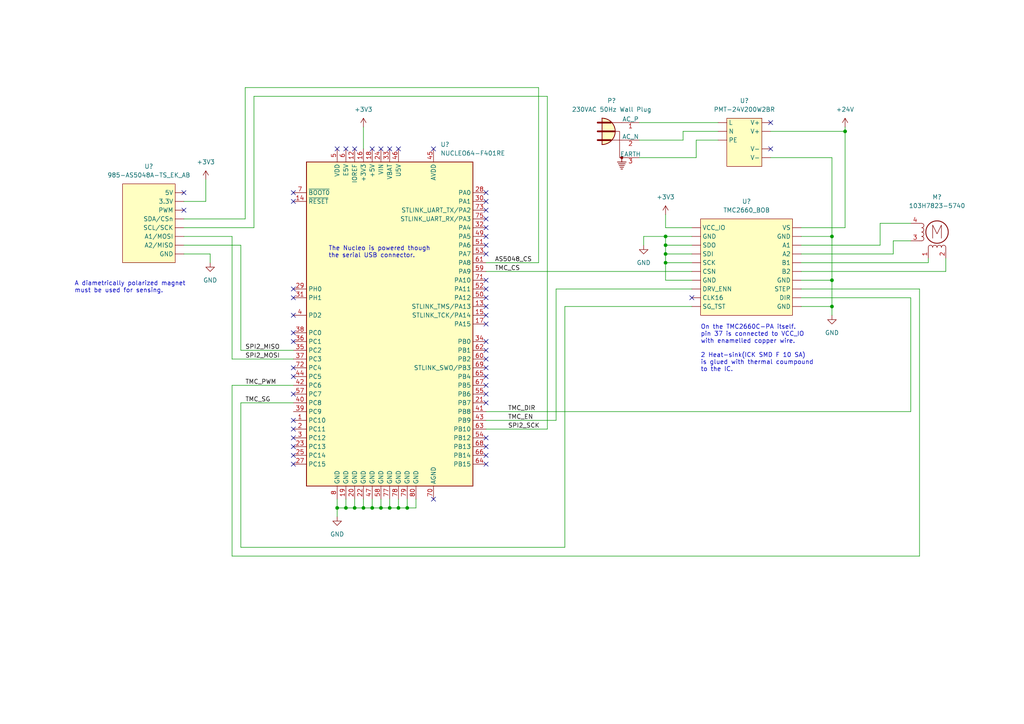
<source format=kicad_sch>
(kicad_sch (version 20211123) (generator eeschema)
  (paper "A4")
  (title_block (title "Smart Weather Vane") (date "2023-06-20") (rev "1.0") (company "HEPIA HES_SO") (comment 1 "R.L") (comment 4 "Built with off the shelf components"))
  (lib_symbols
    (symbol "Connector:Conn_WallPlug_Earth" (pin_names (offset 0))
      (property "Reference" "P" (at 0 3.81 0))
      (property "Value" "Conn_WallPlug_Earth" (at -5.08 0 90))
      (symbol "Conn_WallPlug_Earth_0_1"
        (arc (start -3.175 -3.81) (mid 0.635 0) (end -3.175 3.81) (stroke (width 0.254)) (fill (type background)))
        (polyline (pts (xy -4.445 -2.54) (xy -0.635 -2.54)) (stroke (width 0.508)))
        (polyline (pts (xy -4.445 0) (xy 0.508 0)) (stroke (width 0.508)))
        (polyline (pts (xy -4.445 2.54) (xy -0.635 2.54)) (stroke (width 0.508)))
        (polyline (pts (xy -3.175 -3.81) (xy -3.175 3.81)) (stroke (width 0.254)))
        (polyline (pts (xy -0.635 -2.54) (xy 2.54 -2.54)))
        (polyline (pts (xy -0.635 2.54) (xy 2.54 2.54)))
        (polyline (pts (xy 1.524 -9.398) (xy 3.556 -9.398)) (stroke (width 0.2032)))
        (polyline (pts (xy 1.778 -9.906) (xy 3.302 -9.906)) (stroke (width 0.2032)))
        (polyline (pts (xy 2.032 -10.414) (xy 3.048 -10.414)) (stroke (width 0.2032)))
        (polyline (pts (xy 2.286 -10.922) (xy 2.794 -10.922)) (stroke (width 0.2032)))
        (polyline (pts (xy 2.54 -7.62) (xy 2.54 -8.89)) (stroke (width 0.2032)))
        (polyline (pts (xy 3.81 -8.89) (xy 1.27 -8.89)) (stroke (width 0.2032)))
        (polyline (pts (xy 2.54 -7.62) (xy 1.905 -7.62) (xy 1.905 0) (xy -4.445 0)))
        (circle (center 2.54 -7.62) (radius 0.3556) (fill (type outline)))
      )
      (symbol "Conn_WallPlug_Earth_1_1"
        (pin power_out line (at 7.62 2.54 180) (length 5.08) (name "AC_P") (number "1"))
        (pin power_out line (at 7.62 -2.54 180) (length 5.08) (name "AC_N") (number "2"))
        (pin passive line (at 7.62 -7.62 180) (length 5.08) (name "EARTH") (number "3"))
      )
    )
    (symbol "MCU_Module:NUCLEO64-F411RE"
      (property "Reference" "U" (at -17.78 50.165 0))
      (property "Value" "NUCLEO64-F411RE" (at -17.78 48.26 0))
      (symbol "NUCLEO64-F411RE_0_1"
        (rectangle (start -24.13 -46.99) (end 24.13 46.99) (stroke (width 0.254)) (fill (type background)))
      )
      (symbol "NUCLEO64-F411RE_1_1"
        (pin bidirectional line (at -27.94 -27.94 0) (length 3.81) (name "PC10") (number "1"))
        (pin no_connect line (at -27.94 20.32 0) (length 3.81) hide (name "NC") (number "10"))
        (pin no_connect line (at -27.94 15.24 0) (length 3.81) hide (name "NC") (number "11"))
        (pin power_in line (at -10.16 50.8 270) (length 3.81) (name "IOREF") (number "12"))
        (pin bidirectional line (at 27.94 5.08 180) (length 3.81) (name "STLINK_TMS/PA13") (number "13"))
        (pin input line (at -27.94 35.56 0) (length 3.81) (name "~{RESET}") (number "14"))
        (pin bidirectional line (at 27.94 2.54 180) (length 3.81) (name "STLINK_TCK/PA14") (number "15"))
        (pin power_in line (at -7.62 50.8 270) (length 3.81) (name "+3V3") (number "16"))
        (pin bidirectional line (at 27.94 0 180) (length 3.81) (name "PA15") (number "17"))
        (pin power_in line (at -5.08 50.8 270) (length 3.81) (name "+5V") (number "18"))
        (pin power_in line (at -12.7 -50.8 90) (length 3.81) (name "GND") (number "19"))
        (pin bidirectional line (at -27.94 -30.48 0) (length 3.81) (name "PC11") (number "2"))
        (pin power_in line (at -10.16 -50.8 90) (length 3.81) (name "GND") (number "20"))
        (pin bidirectional line (at 27.94 -22.86 180) (length 3.81) (name "PB7") (number "21"))
        (pin power_in line (at -7.62 -50.8 90) (length 3.81) (name "GND") (number "22"))
        (pin bidirectional line (at -27.94 -35.56 0) (length 3.81) (name "PC13") (number "23"))
        (pin power_in line (at -2.54 50.8 270) (length 3.81) (name "VIN") (number "24"))
        (pin bidirectional line (at -27.94 -38.1 0) (length 3.81) (name "PC14") (number "25"))
        (pin no_connect line (at -27.94 22.86 0) (length 3.81) hide (name "NC") (number "26"))
        (pin bidirectional line (at -27.94 -40.64 0) (length 3.81) (name "PC15") (number "27"))
        (pin bidirectional line (at 27.94 38.1 180) (length 3.81) (name "PA0") (number "28"))
        (pin bidirectional line (at -27.94 10.16 0) (length 3.81) (name "PH0") (number "29"))
        (pin bidirectional line (at -27.94 -33.02 0) (length 3.81) (name "PC12") (number "3"))
        (pin bidirectional line (at 27.94 35.56 180) (length 3.81) (name "PA1") (number "30"))
        (pin bidirectional line (at -27.94 7.62 0) (length 3.81) (name "PH1") (number "31"))
        (pin bidirectional line (at 27.94 27.94 180) (length 3.81) (name "PA4") (number "32"))
        (pin power_in line (at 0 50.8 270) (length 3.81) (name "VBAT") (number "33"))
        (pin bidirectional line (at 27.94 -5.08 180) (length 3.81) (name "PB0") (number "34"))
        (pin bidirectional line (at -27.94 -7.62 0) (length 3.81) (name "PC2") (number "35"))
        (pin bidirectional line (at -27.94 -5.08 0) (length 3.81) (name "PC1") (number "36"))
        (pin bidirectional line (at -27.94 -10.16 0) (length 3.81) (name "PC3") (number "37"))
        (pin bidirectional line (at -27.94 -2.54 0) (length 3.81) (name "PC0") (number "38"))
        (pin bidirectional line (at -27.94 -25.4 0) (length 3.81) (name "PC9") (number "39"))
        (pin bidirectional line (at -27.94 2.54 0) (length 3.81) (name "PD2") (number "4"))
        (pin bidirectional line (at -27.94 -22.86 0) (length 3.81) (name "PC8") (number "40"))
        (pin bidirectional line (at 27.94 -25.4 180) (length 3.81) (name "PB8") (number "41"))
        (pin bidirectional line (at -27.94 -17.78 0) (length 3.81) (name "PC6") (number "42"))
        (pin bidirectional line (at 27.94 -27.94 180) (length 3.81) (name "PB9") (number "43"))
        (pin bidirectional line (at -27.94 -15.24 0) (length 3.81) (name "PC5") (number "44"))
        (pin power_in line (at 12.7 50.8 270) (length 3.81) (name "AVDD") (number "45"))
        (pin power_in line (at 2.54 50.8 270) (length 3.81) (name "U5V") (number "46"))
        (pin power_in line (at -5.08 -50.8 90) (length 3.81) (name "GND") (number "47"))
        (pin no_connect line (at -27.94 25.4 0) (length 3.81) hide (name "NC") (number "48"))
        (pin bidirectional line (at 27.94 25.4 180) (length 3.81) (name "PA5") (number "49"))
        (pin power_in line (at -15.24 50.8 270) (length 3.81) (name "VDD") (number "5"))
        (pin bidirectional line (at 27.94 7.62 180) (length 3.81) (name "PA12") (number "50"))
        (pin bidirectional line (at 27.94 22.86 180) (length 3.81) (name "PA6") (number "51"))
        (pin bidirectional line (at 27.94 10.16 180) (length 3.81) (name "PA11") (number "52"))
        (pin bidirectional line (at 27.94 20.32 180) (length 3.81) (name "PA7") (number "53"))
        (pin bidirectional line (at 27.94 -33.02 180) (length 3.81) (name "PB12") (number "54"))
        (pin bidirectional line (at 27.94 -20.32 180) (length 3.81) (name "PB6") (number "55"))
        (pin no_connect line (at -27.94 33.02 0) (length 3.81) hide (name "NC") (number "56"))
        (pin bidirectional line (at -27.94 -20.32 0) (length 3.81) (name "PC7") (number "57"))
        (pin power_in line (at -2.54 -50.8 90) (length 3.81) (name "GND") (number "58"))
        (pin bidirectional line (at 27.94 15.24 180) (length 3.81) (name "PA9") (number "59"))
        (pin power_in line (at -12.7 50.8 270) (length 3.81) (name "E5V") (number "6"))
        (pin bidirectional line (at 27.94 -10.16 180) (length 3.81) (name "PB2") (number "60"))
        (pin bidirectional line (at 27.94 17.78 180) (length 3.81) (name "PA8") (number "61"))
        (pin bidirectional line (at 27.94 -7.62 180) (length 3.81) (name "PB1") (number "62"))
        (pin bidirectional line (at 27.94 -30.48 180) (length 3.81) (name "PB10") (number "63"))
        (pin bidirectional line (at 27.94 -40.64 180) (length 3.81) (name "PB15") (number "64"))
        (pin bidirectional line (at 27.94 -15.24 180) (length 3.81) (name "PB4") (number "65"))
        (pin bidirectional line (at 27.94 -38.1 180) (length 3.81) (name "PB14") (number "66"))
        (pin bidirectional line (at 27.94 -17.78 180) (length 3.81) (name "PB5") (number "67"))
        (pin bidirectional line (at 27.94 -35.56 180) (length 3.81) (name "PB13") (number "68"))
        (pin bidirectional line (at 27.94 -12.7 180) (length 3.81) (name "STLINK_SWO/PB3") (number "69"))
        (pin input line (at -27.94 38.1 0) (length 3.81) (name "~{BOOT0}") (number "7"))
        (pin power_in line (at 12.7 -50.8 90) (length 3.81) (name "AGND") (number "70"))
        (pin bidirectional line (at 27.94 12.7 180) (length 3.81) (name "PA10") (number "71"))
        (pin bidirectional line (at -27.94 -12.7 0) (length 3.81) (name "PC4") (number "72"))
        (pin bidirectional line (at 27.94 33.02 180) (length 3.81) (name "STLINK_UART_TX/PA2") (number "73"))
        (pin no_connect line (at -27.94 30.48 0) (length 3.81) hide (name "NC") (number "74"))
        (pin bidirectional line (at 27.94 30.48 180) (length 3.81) (name "STLINK_UART_RX/PA3") (number "75"))
        (pin no_connect line (at -27.94 27.94 0) (length 3.81) hide (name "NC") (number "76"))
        (pin power_in line (at 0 -50.8 90) (length 3.81) (name "GND") (number "77"))
        (pin power_in line (at 2.54 -50.8 90) (length 3.81) (name "GND") (number "78"))
        (pin power_in line (at 5.08 -50.8 90) (length 3.81) (name "GND") (number "79"))
        (pin power_in line (at -15.24 -50.8 90) (length 3.81) (name "GND") (number "8"))
        (pin power_in line (at 7.62 -50.8 90) (length 3.81) (name "GND") (number "80"))
        (pin no_connect line (at -27.94 17.78 0) (length 3.81) hide (name "NC") (number "9"))
      )
    )
    (symbol "Motor:Stepper_Motor_bipolar" (pin_names (offset 0) hide)
      (property "Reference" "M?" (at -0.8509 8.89 0))
      (property "Value" "Stepper_Motor_bipolar" (at -0.8509 6.35 0))
      (symbol "Stepper_Motor_bipolar_0_0"
        (polyline (pts (xy -1.27 1.778) (xy -1.27 -2.032) (xy 0 0.508) (xy 1.27 -2.032) (xy 1.27 1.778)))
      )
      (symbol "Stepper_Motor_bipolar_0_1"
        (arc (start -4.445 -2.54) (mid -3.81 -1.905) (end -4.445 -1.27))
        (arc (start -4.445 -1.27) (mid -3.81 -0.635) (end -4.445 0))
        (arc (start -4.445 0) (mid -3.81 0.635) (end -4.445 1.27))
        (arc (start -4.445 1.27) (mid -3.81 1.905) (end -4.445 2.54))
        (arc (start -2.54 4.445) (mid -1.905 3.81) (end -1.27 4.445))
        (arc (start -1.27 4.445) (mid -0.635 3.81) (end 0 4.445))
        (polyline (pts (xy -5.08 -2.54) (xy -4.445 -2.54)))
        (polyline (pts (xy -5.08 2.54) (xy -4.445 2.54)))
        (polyline (pts (xy -2.54 5.08) (xy -2.54 4.445)))
        (polyline (pts (xy 2.54 5.08) (xy 2.54 4.445)))
        (circle (center 0 0) (radius 3.2512) (stroke (width 0.254)))
        (arc (start 0 4.445) (mid 0.635 3.81) (end 1.27 4.445))
        (arc (start 1.27 4.445) (mid 1.905 3.81) (end 2.54 4.445))
      )
      (symbol "Stepper_Motor_bipolar_1_1"
        (pin passive line (at -2.54 7.62 270) (length 2.54) (name "~") (number "1"))
        (pin passive line (at 2.54 7.62 270) (length 2.54) (name "-") (number "2"))
        (pin passive line (at -7.62 2.54 0) (length 2.54) (name "~") (number "3"))
        (pin passive line (at -7.62 -2.54 0) (length 2.54) (name "~") (number "4"))
      )
    )
    (symbol "SmartWeatherVane:AS5048A"
      (property "Reference" "U" (at 0 0 0))
      (property "Value" "AS5048A" (at 0 -2.54 0))
      (symbol "AS5048A_0_1"
        (rectangle (start 7.62 -3.81) (end -7.62 -26.67) (fill (type background)))
      )
      (symbol "AS5048A_1_1"
        (pin input line (at 10.16 -8.89 180) (length 2.54) (name "3.3V") (number ""))
        (pin input line (at 10.16 -6.35 180) (length 2.54) (name "5V") (number ""))
        (pin input line (at 10.16 -19.05 180) (length 2.54) (name "A1/MOSI") (number ""))
        (pin input line (at 10.16 -21.59 180) (length 2.54) (name "A2/MISO") (number ""))
        (pin input line (at 10.16 -24.13 180) (length 2.54) (name "GND") (number ""))
        (pin input line (at 10.16 -11.43 180) (length 2.54) (name "PWM") (number ""))
        (pin input line (at 10.16 -16.51 180) (length 2.54) (name "SCL/SCK") (number ""))
        (pin input line (at 10.16 -13.97 180) (length 2.54) (name "SDA/CSn") (number ""))
      )
    )
    (symbol "SmartWeatherVane:SMPSU"
      (property "Reference" "U" (at 0 0 0))
      (property "Value" "SMPSU" (at 0 -2.54 0))
      (symbol "SMPSU_0_1"
        (rectangle (start -5.08 -3.81) (end 5.08 -17.78) (fill (type background)))
      )
      (symbol "SMPSU_1_1"
        (pin input line (at -7.62 -5.08 0) (length 2.54) (name "L") (number ""))
        (pin input line (at -7.62 -7.62 0) (length 2.54) (name "N") (number ""))
        (pin input line (at -7.62 -10.16 0) (length 2.54) (name "PE") (number ""))
        (pin input line (at 7.62 -7.62 180) (length 2.54) (name "V+") (number ""))
        (pin input line (at 7.62 -5.08 180) (length 2.54) (name "V+") (number ""))
        (pin input line (at 7.62 -15.24 180) (length 2.54) (name "V-") (number ""))
        (pin input line (at 7.62 -12.7 180) (length 2.54) (name "V-") (number ""))
      )
    )
    (symbol "SmartWeatherVane:TMC2660_BOB"
      (property "Reference" "U" (at 0 0 0))
      (property "Value" "TMC2660_BOB" (at 0 -2.54 0))
      (symbol "TMC2660_BOB_0_1"
        (rectangle (start -13.97 -3.81) (end 12.7 -31.75) (fill (type background)))
      )
      (symbol "TMC2660_BOB_1_1"
        (pin input line (at 15.24 -11.43 180) (length 2.54) (name "A1") (number ""))
        (pin input line (at 15.24 -13.97 180) (length 2.54) (name "A2") (number ""))
        (pin input line (at 15.24 -16.51 180) (length 2.54) (name "B1") (number ""))
        (pin input line (at 15.24 -19.05 180) (length 2.54) (name "B2") (number ""))
        (pin input line (at -16.51 -26.67 0) (length 2.54) (name "CLK16") (number ""))
        (pin input line (at -16.51 -19.05 0) (length 2.54) (name "CSN") (number ""))
        (pin input line (at 15.24 -26.67 180) (length 2.54) (name "DIR") (number ""))
        (pin input line (at -16.51 -24.13 0) (length 2.54) (name "DRV_ENN") (number ""))
        (pin input line (at -16.51 -21.59 0) (length 2.54) (name "GND") (number ""))
        (pin input line (at -16.51 -8.89 0) (length 2.54) (name "GND") (number ""))
        (pin input line (at 15.24 -29.21 180) (length 2.54) (name "GND") (number ""))
        (pin input line (at 15.24 -21.59 180) (length 2.54) (name "GND") (number ""))
        (pin input line (at 15.24 -8.89 180) (length 2.54) (name "GND") (number ""))
        (pin input line (at -16.51 -16.51 0) (length 2.54) (name "SCK") (number ""))
        (pin input line (at -16.51 -13.97 0) (length 2.54) (name "SDI") (number ""))
        (pin input line (at -16.51 -11.43 0) (length 2.54) (name "SDO") (number ""))
        (pin input line (at -16.51 -29.21 0) (length 2.54) (name "SG_TST") (number ""))
        (pin input line (at 15.24 -24.13 180) (length 2.54) (name "STEP") (number ""))
        (pin input line (at -16.51 -6.35 0) (length 2.54) (name "VCC_IO") (number ""))
        (pin input line (at 15.24 -6.35 180) (length 2.54) (name "VS") (number ""))
      )
    )
    (symbol "power:+24V" (power) (pin_names (offset 0))
      (property "Value" "+24V" (at 0 3.556 0))
      (symbol "+24V_0_1"
        (polyline (pts (xy -0.762 1.27) (xy 0 2.54)))
        (polyline (pts (xy 0 0) (xy 0 2.54)))
        (polyline (pts (xy 0 2.54) (xy 0.762 1.27)))
      )
      (symbol "+24V_1_1"
        (pin power_in line (at 0 0 90) (length 0) hide (name "+24V") (number "1"))
      )
    )
    (symbol "power:+3V3" (power) (pin_names (offset 0))
      (property "Value" "+3V3" (at 0 3.556 0))
      (symbol "+3V3_0_1"
        (polyline (pts (xy -0.762 1.27) (xy 0 2.54)))
        (polyline (pts (xy 0 0) (xy 0 2.54)))
        (polyline (pts (xy 0 2.54) (xy 0.762 1.27)))
      )
      (symbol "+3V3_1_1"
        (pin power_in line (at 0 0 90) (length 0) hide (name "+3V3") (number "1"))
      )
    )
    (symbol "power:GND" (power) (pin_names (offset 0))
      (property "Value" "GND" (at 0 -3.81 0))
      (symbol "GND_0_1"
        (polyline (pts (xy 0 0) (xy 0 -1.27) (xy 1.27 -1.27) (xy 0 -2.54) (xy -1.27 -1.27) (xy 0 -1.27)))
      )
      (symbol "GND_1_1"
        (pin power_in line (at 0 0 270) (length 0) hide (name "GND") (number "1"))
      )
    )
  )
  (junction (at 193.04 76.2))
  (junction (at 115.57 147.32))
  (junction (at 110.49 147.32))
  (junction (at 107.95 147.32))
  (junction (at 118.11 147.32))
  (junction (at 100.33 147.32))
  (junction (at 102.87 147.32))
  (junction (at 245.11 38.1))
  (junction (at 97.79 147.32))
  (junction (at 113.03 147.32))
  (junction (at 241.3 68.58))
  (junction (at 241.3 88.9))
  (junction (at 193.04 71.12))
  (junction (at 241.3 81.28))
  (junction (at 105.41 147.32))
  (junction (at 193.04 68.58))
  (junction (at 193.04 73.66))
  (no_connect (at 85.09 83.82))
  (no_connect (at 85.09 86.36))
  (no_connect (at 85.09 91.44))
  (no_connect (at 125.73 43.18))
  (no_connect (at 110.49 43.18))
  (no_connect (at 115.57 43.18))
  (no_connect (at 113.03 43.18))
  (no_connect (at 107.95 43.18))
  (no_connect (at 85.09 58.42))
  (no_connect (at 85.09 55.88))
  (no_connect (at 100.33 43.18))
  (no_connect (at 102.87 43.18))
  (no_connect (at 97.79 43.18))
  (no_connect (at 223.52 35.56))
  (no_connect (at 223.52 43.18))
  (no_connect (at 125.73 144.78))
  (no_connect (at 53.34 55.88))
  (no_connect (at 53.34 60.96))
  (no_connect (at 200.66 86.36))
  (no_connect (at 140.97 114.3))
  (no_connect (at 140.97 109.22))
  (no_connect (at 140.97 106.68))
  (no_connect (at 140.97 116.84))
  (no_connect (at 140.97 101.6))
  (no_connect (at 140.97 104.14))
  (no_connect (at 140.97 99.06))
  (no_connect (at 140.97 127))
  (no_connect (at 140.97 129.54))
  (no_connect (at 140.97 111.76))
  (no_connect (at 85.09 106.68))
  (no_connect (at 85.09 99.06))
  (no_connect (at 85.09 96.52))
  (no_connect (at 85.09 134.62))
  (no_connect (at 85.09 127))
  (no_connect (at 85.09 121.92))
  (no_connect (at 85.09 124.46))
  (no_connect (at 85.09 129.54))
  (no_connect (at 85.09 132.08))
  (no_connect (at 85.09 109.22))
  (no_connect (at 85.09 114.3))
  (no_connect (at 140.97 134.62))
  (no_connect (at 140.97 132.08))
  (no_connect (at 140.97 55.88))
  (no_connect (at 140.97 58.42))
  (no_connect (at 140.97 63.5))
  (no_connect (at 140.97 60.96))
  (no_connect (at 140.97 91.44))
  (no_connect (at 140.97 66.04))
  (no_connect (at 140.97 68.58))
  (no_connect (at 140.97 93.98))
  (no_connect (at 140.97 71.12))
  (no_connect (at 140.97 88.9))
  (no_connect (at 140.97 73.66))
  (no_connect (at 140.97 86.36))
  (no_connect (at 140.97 83.82))
  (no_connect (at 140.97 81.28))
  (wire (pts (xy 241.3 81.28) (xy 241.3 88.9)))
  (wire (pts (xy 67.31 104.14) (xy 85.09 104.14)))
  (wire (pts (xy 163.83 88.9) (xy 200.66 88.9)))
  (wire (pts (xy 201.93 40.64) (xy 208.28 40.64)))
  (wire (pts (xy 100.33 144.78) (xy 100.33 147.32)))
  (wire (pts (xy 140.97 121.92) (xy 161.29 121.92)))
  (wire (pts (xy 60.96 73.66) (xy 53.34 73.66)))
  (wire (pts (xy 185.42 45.72) (xy 201.93 45.72)))
  (wire (pts (xy 232.41 73.66) (xy 259.08 73.66)))
  (wire (pts (xy 140.97 124.46) (xy 158.75 124.46)))
  (wire (pts (xy 264.16 119.38) (xy 264.16 86.36)))
  (wire (pts (xy 198.12 40.64) (xy 185.42 40.64)))
  (wire (pts (xy 185.42 35.56) (xy 208.28 35.56)))
  (wire (pts (xy 67.31 111.76) (xy 85.09 111.76)))
  (wire (pts (xy 264.16 86.36) (xy 232.41 86.36)))
  (wire (pts (xy 245.11 36.83) (xy 245.11 38.1)))
  (wire (pts (xy 208.28 38.1) (xy 198.12 38.1)))
  (wire (pts (xy 69.85 158.75) (xy 69.85 116.84)))
  (wire (pts (xy 193.04 68.58) (xy 200.66 68.58)))
  (wire (pts (xy 274.32 78.74) (xy 274.32 74.93)))
  (wire (pts (xy 120.65 147.32) (xy 120.65 144.78)))
  (wire (pts (xy 232.41 81.28) (xy 241.3 81.28)))
  (wire (pts (xy 193.04 68.58) (xy 193.04 71.12)))
  (wire (pts (xy 163.83 88.9) (xy 163.83 158.75)))
  (wire (pts (xy 193.04 73.66) (xy 200.66 73.66)))
  (wire (pts (xy 105.41 36.83) (xy 105.41 43.18)))
  (wire (pts (xy 255.27 71.12) (xy 255.27 64.77)))
  (wire (pts (xy 97.79 144.78) (xy 97.79 147.32)))
  (wire (pts (xy 67.31 111.76) (xy 67.31 161.29)))
  (wire (pts (xy 107.95 147.32) (xy 110.49 147.32)))
  (wire (pts (xy 60.96 76.2) (xy 60.96 73.66)))
  (wire (pts (xy 266.7 161.29) (xy 266.7 83.82)))
  (wire (pts (xy 201.93 45.72) (xy 201.93 40.64)))
  (wire (pts (xy 73.66 66.04) (xy 53.34 66.04)))
  (wire (pts (xy 158.75 124.46) (xy 158.75 27.94)))
  (wire (pts (xy 193.04 73.66) (xy 193.04 76.2)))
  (wire (pts (xy 156.21 25.4) (xy 156.21 76.2)))
  (wire (pts (xy 67.31 104.14) (xy 67.31 68.58)))
  (wire (pts (xy 97.79 147.32) (xy 100.33 147.32)))
  (wire (pts (xy 53.34 71.12) (xy 69.85 71.12)))
  (wire (pts (xy 193.04 71.12) (xy 193.04 73.66)))
  (wire (pts (xy 113.03 144.78) (xy 113.03 147.32)))
  (wire (pts (xy 198.12 38.1) (xy 198.12 40.64)))
  (wire (pts (xy 118.11 144.78) (xy 118.11 147.32)))
  (wire (pts (xy 266.7 83.82) (xy 232.41 83.82)))
  (wire (pts (xy 110.49 147.32) (xy 113.03 147.32)))
  (wire (pts (xy 67.31 161.29) (xy 266.7 161.29)))
  (wire (pts (xy 73.66 27.94) (xy 73.66 66.04)))
  (wire (pts (xy 245.11 38.1) (xy 223.52 38.1)))
  (wire (pts (xy 193.04 66.04) (xy 200.66 66.04)))
  (wire (pts (xy 69.85 71.12) (xy 69.85 101.6)))
  (wire (pts (xy 69.85 116.84) (xy 85.09 116.84)))
  (wire (pts (xy 255.27 64.77) (xy 264.16 64.77)))
  (wire (pts (xy 140.97 76.2) (xy 156.21 76.2)))
  (wire (pts (xy 158.75 27.94) (xy 73.66 27.94)))
  (wire (pts (xy 102.87 144.78) (xy 102.87 147.32)))
  (wire (pts (xy 245.11 66.04) (xy 245.11 38.1)))
  (wire (pts (xy 232.41 76.2) (xy 269.24 76.2)))
  (wire (pts (xy 113.03 147.32) (xy 115.57 147.32)))
  (wire (pts (xy 186.69 71.12) (xy 186.69 68.58)))
  (wire (pts (xy 69.85 101.6) (xy 85.09 101.6)))
  (wire (pts (xy 105.41 144.78) (xy 105.41 147.32)))
  (wire (pts (xy 232.41 71.12) (xy 255.27 71.12)))
  (wire (pts (xy 200.66 71.12) (xy 193.04 71.12)))
  (wire (pts (xy 193.04 62.23) (xy 193.04 66.04)))
  (wire (pts (xy 163.83 158.75) (xy 69.85 158.75)))
  (wire (pts (xy 200.66 76.2) (xy 193.04 76.2)))
  (wire (pts (xy 232.41 78.74) (xy 274.32 78.74)))
  (wire (pts (xy 97.79 149.86) (xy 97.79 147.32)))
  (wire (pts (xy 59.69 58.42) (xy 59.69 52.07)))
  (wire (pts (xy 241.3 88.9) (xy 232.41 88.9)))
  (wire (pts (xy 269.24 76.2) (xy 269.24 74.93)))
  (wire (pts (xy 110.49 144.78) (xy 110.49 147.32)))
  (wire (pts (xy 140.97 119.38) (xy 264.16 119.38)))
  (wire (pts (xy 193.04 81.28) (xy 193.04 76.2)))
  (wire (pts (xy 115.57 147.32) (xy 118.11 147.32)))
  (wire (pts (xy 71.12 25.4) (xy 156.21 25.4)))
  (wire (pts (xy 161.29 83.82) (xy 200.66 83.82)))
  (wire (pts (xy 259.08 73.66) (xy 259.08 69.85)))
  (wire (pts (xy 118.11 147.32) (xy 120.65 147.32)))
  (wire (pts (xy 107.95 144.78) (xy 107.95 147.32)))
  (wire (pts (xy 102.87 147.32) (xy 105.41 147.32)))
  (wire (pts (xy 53.34 63.5) (xy 71.12 63.5)))
  (wire (pts (xy 71.12 63.5) (xy 71.12 25.4)))
  (wire (pts (xy 140.97 78.74) (xy 200.66 78.74)))
  (wire (pts (xy 241.3 81.28) (xy 241.3 68.58)))
  (wire (pts (xy 53.34 58.42) (xy 59.69 58.42)))
  (wire (pts (xy 223.52 45.72) (xy 241.3 45.72)))
  (wire (pts (xy 200.66 81.28) (xy 193.04 81.28)))
  (wire (pts (xy 259.08 69.85) (xy 264.16 69.85)))
  (wire (pts (xy 241.3 88.9) (xy 241.3 91.44)))
  (wire (pts (xy 100.33 147.32) (xy 102.87 147.32)))
  (wire (pts (xy 186.69 68.58) (xy 193.04 68.58)))
  (wire (pts (xy 232.41 68.58) (xy 241.3 68.58)))
  (wire (pts (xy 105.41 147.32) (xy 107.95 147.32)))
  (wire (pts (xy 241.3 45.72) (xy 241.3 68.58)))
  (wire (pts (xy 232.41 66.04) (xy 245.11 66.04)))
  (wire (pts (xy 115.57 144.78) (xy 115.57 147.32)))
  (wire (pts (xy 161.29 121.92) (xy 161.29 83.82)))
  (wire (pts (xy 53.34 68.58) (xy 67.31 68.58)))
  (text "On the TMC2660C-PA itself.\npin 37 is connected to VCC_IO\nwith enamelled copper wire.\n\n2 Heat-sink(ICK SMD F 10 SA)\nis glued with thermal coumpound\nto the IC." (at 203.2 107.95 0) (effects (font (size 1.27 1.27)) (justify left bottom)))
  (text "The Nucleo is powered though \nthe serial USB connector." (at 95.25 74.93 0) (effects (font (size 1.27 1.27)) (justify left bottom)))
  (text "A diametrically polarized magnet\nmust be used for sensing." (at 21.59 85.09 0) (effects (font (size 1.27 1.27)) (justify left bottom)))
  (label "SPI2_SCK" (at 147.32 124.46 0))
  (label "SPI2_MOSI" (at 71.12 104.14 0))
  (label "TMC_PWM" (at 71.12 111.76 0))
  (label "TMC_DIR" (at 147.32 119.38 0))
  (label "TMC_CS" (at 143.51 78.74 0))
  (label "SPI2_MISO" (at 71.12 101.6 0))
  (label "TMC_EN" (at 147.32 121.92 0))
  (label "AS5048_CS" (at 143.51 76.2 0))
  (label "TMC_SG" (at 71.12 116.84 0))
  (symbol (lib_id "power:+3V3") (at 193.04 62.23 0) (unit 1)
    (property "Reference" "#PWR?" (effects hide))
    (property "Value" "+3V3" (at 193.04 57.15 0))
  )
  (symbol (lib_id "SmartWeatherVane:TMC2660_BOB") (at 217.17 59.69 0) (unit 1)
    (property "Reference" "U?" (at 216.535 58.42 0))
    (property "Value" "TMC2660_BOB" (at 216.535 60.96 0))
  )
  (symbol (lib_id "power:+24V") (at 245.11 36.83 0) (unit 1)
    (property "Reference" "#PWR?" (effects hide))
    (property "Value" "+24V" (at 245.11 31.75 0))
  )
  (symbol (lib_id "power:GND") (at 186.69 71.12 0) (unit 1)
    (property "Reference" "#PWR?" (effects hide))
    (property "Value" "GND" (at 186.69 76.2 0))
  )
  (symbol (lib_id "power:GND") (at 60.96 76.2 0) (unit 1)
    (property "Reference" "#PWR?" (effects hide))
    (property "Value" "GND" (at 60.96 81.28 0))
  )
  (symbol (lib_id "MCU_Module:NUCLEO64-F411RE") (at 113.03 93.98 0) (unit 1)
    (property "Reference" "U?" (at 127.7494 41.91 0) (effects (justify left)))
    (property "Value" "NUCLEO64-F401RE" (at 127.7494 44.45 0) (effects (justify left)))
    (property "Footprint" "Module:ST_Morpho_Connector_144_STLink" (effects hide))
    (property "Datasheet" "http://www.st.com/st-web-ui/static/active/en/resource/technical/document/data_brief/DM00105918.pdf" (effects hide))
  )
  (symbol (lib_id "power:GND") (at 97.79 149.86 0) (unit 1)
    (property "Reference" "#PWR?" (effects hide))
    (property "Value" "GND" (at 97.79 154.94 0))
  )
  (symbol (lib_id "power:+3V3") (at 59.69 52.07 0) (unit 1)
    (property "Reference" "#PWR?" (effects hide))
    (property "Value" "+3V3" (at 59.69 46.99 0))
  )
  (symbol (lib_id "SmartWeatherVane:AS5048A") (at 43.18 49.53 0) (unit 1)
    (property "Reference" "U?" (at 43.18 48.26 0))
    (property "Value" "985-AS5048A-TS_EK_AB" (at 43.18 50.8 0))
  )
  (symbol (lib_id "power:+3V3") (at 105.41 36.83 0) (unit 1)
    (property "Reference" "#PWR?" (effects hide))
    (property "Value" "+3V3" (at 105.41 31.75 0))
  )
  (symbol (lib_id "power:GND") (at 241.3 91.44 0) (unit 1)
    (property "Reference" "#PWR?" (effects hide))
    (property "Value" "GND" (at 241.3 96.52 0))
  )
  (symbol (lib_id "SmartWeatherVane:SMPSU") (at 215.9 30.48 0) (unit 1)
    (property "Reference" "U?" (at 215.9 29.21 0))
    (property "Value" "PMT-24V200W2BR" (at 215.9 31.75 0))
  )
  (symbol (lib_id "Motor:Stepper_Motor_bipolar") (at 271.78 67.31 0) (mirror x) (unit 1)
    (property "Reference" "M?" (at 271.78 57.15 0))
    (property "Value" "103H7823-5740" (at 271.78 59.69 0))
    (property "Datasheet" "http://www.infineon.com/dgdl/Application-Note-TLE8110EE_driving_UniPolarStepperMotor_V1.1.pdf?fileId=db3a30431be39b97011be5d0aa0a00b0" (effects hide))
  )
  (symbol (lib_id "Connector:Conn_WallPlug_Earth") (at 177.8 38.1 0) (unit 1)
    (property "Reference" "P?" (at 177.4063 29.21 0))
    (property "Value" "230VAC 50Hz Wall Plug" (at 177.4063 31.75 0))
  )
)
</source>
